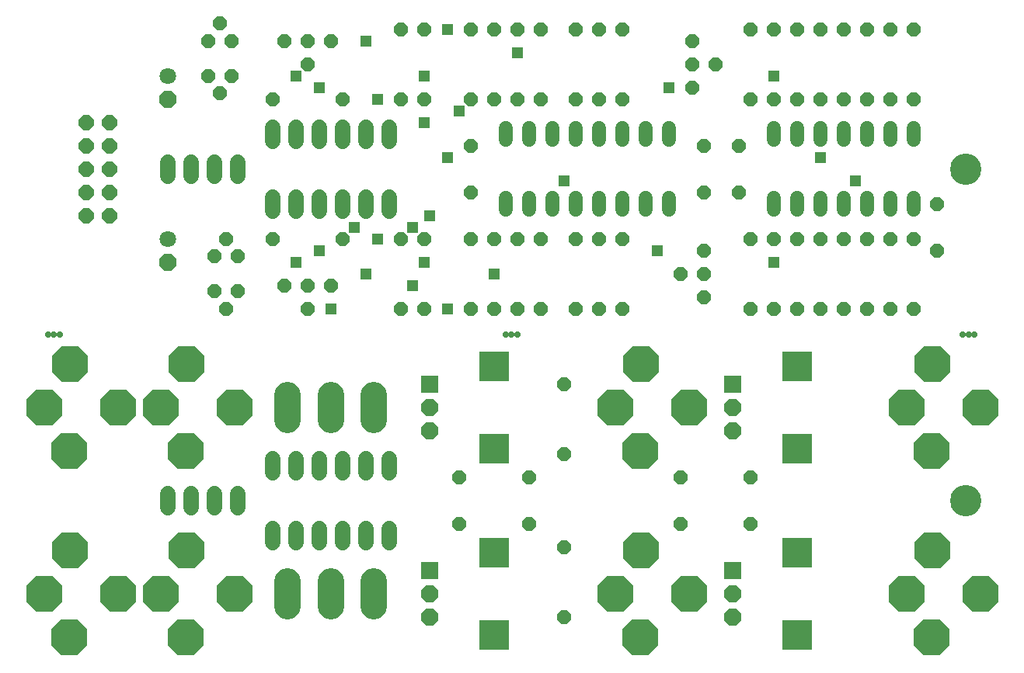
<source format=gbs>
G04 EAGLE Gerber RS-274X export*
G75*
%MOMM*%
%FSLAX34Y34*%
%LPD*%
%INSoldermask Bottom*%
%IPPOS*%
%AMOC8*
5,1,8,0,0,1.08239X$1,22.5*%
G01*
%ADD10C,3.416300*%
%ADD11C,0.703200*%
%ADD12P,1.649562X8X292.500000*%
%ADD13C,1.524000*%
%ADD14P,1.649562X8X202.500000*%
%ADD15P,1.649562X8X22.500000*%
%ADD16P,1.649562X8X112.500000*%
%ADD17P,4.278904X8X22.500000*%
%ADD18P,4.278904X8X292.500000*%
%ADD19R,1.879600X1.879600*%
%ADD20P,2.034460X8X202.500000*%
%ADD21R,3.319200X3.319200*%
%ADD22C,2.908300*%
%ADD23P,1.951982X8X292.500000*%
%ADD24C,1.803400*%
%ADD25P,1.759533X8X112.500000*%
%ADD26C,1.727200*%
%ADD27R,1.209600X1.209600*%


D10*
X1035050Y177800D03*
X1035050Y539750D03*
D11*
X34925Y358775D03*
X41275Y358775D03*
X47625Y358775D03*
X1044575Y358775D03*
X1038225Y358775D03*
X1031875Y358775D03*
X533400Y358775D03*
X539750Y358775D03*
X546100Y358775D03*
D12*
X787400Y565150D03*
X787400Y514350D03*
X1003300Y501650D03*
X1003300Y450850D03*
D13*
X977900Y571246D02*
X977900Y584454D01*
X952500Y584454D02*
X952500Y571246D01*
X825500Y571246D02*
X825500Y584454D01*
X825500Y508254D02*
X825500Y495046D01*
X927100Y571246D02*
X927100Y584454D01*
X901700Y584454D02*
X901700Y571246D01*
X850900Y571246D02*
X850900Y584454D01*
X876300Y584454D02*
X876300Y571246D01*
X850900Y508254D02*
X850900Y495046D01*
X876300Y495046D02*
X876300Y508254D01*
X901700Y508254D02*
X901700Y495046D01*
X927100Y495046D02*
X927100Y508254D01*
X952500Y508254D02*
X952500Y495046D01*
X977900Y495046D02*
X977900Y508254D01*
X711200Y571246D02*
X711200Y584454D01*
X685800Y584454D02*
X685800Y571246D01*
X660400Y571246D02*
X660400Y584454D01*
X635000Y584454D02*
X635000Y571246D01*
X609600Y571246D02*
X609600Y584454D01*
X584200Y584454D02*
X584200Y571246D01*
X558800Y571246D02*
X558800Y584454D01*
X533400Y584454D02*
X533400Y571246D01*
X533400Y508254D02*
X533400Y495046D01*
X558800Y495046D02*
X558800Y508254D01*
X584200Y508254D02*
X584200Y495046D01*
X609600Y495046D02*
X609600Y508254D01*
X635000Y508254D02*
X635000Y495046D01*
X660400Y495046D02*
X660400Y508254D01*
X685800Y508254D02*
X685800Y495046D01*
X711200Y495046D02*
X711200Y508254D01*
D14*
X209550Y641350D03*
X222250Y622300D03*
X234950Y641350D03*
D15*
X234950Y679450D03*
X222250Y698500D03*
X209550Y679450D03*
D16*
X571500Y615950D03*
X571500Y692150D03*
X520700Y615950D03*
X520700Y692150D03*
D12*
X495300Y692150D03*
X495300Y615950D03*
D16*
X952500Y615950D03*
X952500Y692150D03*
D12*
X927100Y692150D03*
X927100Y615950D03*
D16*
X977900Y615950D03*
X977900Y692150D03*
D12*
X596900Y304800D03*
X596900Y228600D03*
D15*
X482600Y203200D03*
X558800Y203200D03*
D14*
X800100Y203200D03*
X723900Y203200D03*
D12*
X419100Y692150D03*
X419100Y615950D03*
D15*
X342900Y679450D03*
X292100Y679450D03*
X317500Y654050D03*
X317500Y679450D03*
D14*
X355600Y615950D03*
X279400Y615950D03*
D12*
X850900Y692150D03*
X850900Y615950D03*
X800100Y692150D03*
X800100Y615950D03*
X876300Y692150D03*
X876300Y615950D03*
D16*
X901700Y615950D03*
X901700Y692150D03*
D12*
X825500Y692150D03*
X825500Y615950D03*
X444500Y692150D03*
X444500Y615950D03*
D16*
X736600Y679450D03*
X736600Y628650D03*
X762000Y654050D03*
X736600Y654050D03*
D12*
X546100Y692150D03*
X546100Y615950D03*
X635000Y692150D03*
X635000Y615950D03*
X660400Y692150D03*
X660400Y615950D03*
X609600Y692150D03*
X609600Y615950D03*
D15*
X342900Y412750D03*
X292100Y412750D03*
X317500Y387350D03*
X317500Y412750D03*
D12*
X749300Y400050D03*
X749300Y450850D03*
X723900Y425450D03*
X749300Y425450D03*
D16*
X546100Y387350D03*
X546100Y463550D03*
X635000Y387350D03*
X635000Y463550D03*
X660400Y387350D03*
X660400Y463550D03*
X609600Y387350D03*
X609600Y463550D03*
D12*
X571500Y463550D03*
X571500Y387350D03*
X520700Y463550D03*
X520700Y387350D03*
D16*
X495300Y387350D03*
X495300Y463550D03*
D12*
X952500Y463550D03*
X952500Y387350D03*
D16*
X927100Y387350D03*
X927100Y463550D03*
D12*
X977900Y463550D03*
X977900Y387350D03*
D15*
X241300Y444500D03*
X228600Y463550D03*
X215900Y444500D03*
D14*
X215900Y406400D03*
X228600Y387350D03*
X241300Y406400D03*
D16*
X419100Y387350D03*
X419100Y463550D03*
D14*
X355600Y463550D03*
X279400Y463550D03*
D16*
X850900Y387350D03*
X850900Y463550D03*
X800100Y387350D03*
X800100Y463550D03*
X876300Y387350D03*
X876300Y463550D03*
D12*
X901700Y463550D03*
X901700Y387350D03*
D16*
X825500Y387350D03*
X825500Y463550D03*
X444500Y387350D03*
X444500Y463550D03*
D17*
X998300Y326590D03*
X997300Y231940D03*
D18*
X970300Y279400D03*
X1050760Y279400D03*
D17*
X680800Y326590D03*
X679800Y231940D03*
D18*
X652800Y279400D03*
X733260Y279400D03*
D17*
X185500Y326590D03*
X184500Y231940D03*
D18*
X157500Y279400D03*
X237960Y279400D03*
D17*
X58500Y326590D03*
X57500Y231940D03*
D18*
X30500Y279400D03*
X110960Y279400D03*
D19*
X780900Y304400D03*
D20*
X780900Y279400D03*
X780900Y254400D03*
D21*
X850900Y234400D03*
X850900Y324400D03*
D19*
X450700Y304400D03*
D20*
X450700Y279400D03*
X450700Y254400D03*
D21*
X520700Y234400D03*
X520700Y324400D03*
D22*
X295910Y292926D02*
X295910Y265875D01*
X342900Y265875D02*
X342900Y292926D01*
X389890Y292926D02*
X389890Y265875D01*
D23*
X165100Y615950D03*
D24*
X165100Y641350D03*
D23*
X165100Y438150D03*
D24*
X165100Y463550D03*
D25*
X101600Y488950D03*
X76200Y488950D03*
X101600Y514350D03*
X76200Y514350D03*
X101600Y539750D03*
X76200Y539750D03*
X101600Y565150D03*
X76200Y565150D03*
X101600Y590550D03*
X76200Y590550D03*
D16*
X495300Y514350D03*
X495300Y565150D03*
D12*
X749300Y565150D03*
X749300Y514350D03*
D16*
X596900Y50800D03*
X596900Y127000D03*
D15*
X482600Y152400D03*
X558800Y152400D03*
D14*
X800100Y152400D03*
X723900Y152400D03*
D17*
X998300Y123390D03*
X997300Y28740D03*
D18*
X970300Y76200D03*
X1050760Y76200D03*
D17*
X680800Y123390D03*
X679800Y28740D03*
D18*
X652800Y76200D03*
X733260Y76200D03*
D17*
X185500Y123390D03*
X184500Y28740D03*
D18*
X157500Y76200D03*
X237960Y76200D03*
D17*
X58500Y123390D03*
X57500Y28740D03*
D18*
X30500Y76200D03*
X110960Y76200D03*
D19*
X780900Y101200D03*
D20*
X780900Y76200D03*
X780900Y51200D03*
D21*
X850900Y31200D03*
X850900Y121200D03*
D19*
X450700Y101200D03*
D20*
X450700Y76200D03*
X450700Y51200D03*
D21*
X520700Y31200D03*
X520700Y121200D03*
D22*
X295910Y89726D02*
X295910Y62675D01*
X342900Y62675D02*
X342900Y89726D01*
X389890Y89726D02*
X389890Y62675D01*
D26*
X406400Y132080D02*
X406400Y147320D01*
X381000Y147320D02*
X381000Y132080D01*
X355600Y132080D02*
X355600Y147320D01*
X330200Y147320D02*
X330200Y132080D01*
X304800Y132080D02*
X304800Y147320D01*
X279400Y147320D02*
X279400Y132080D01*
X406400Y208280D02*
X406400Y223520D01*
X381000Y223520D02*
X381000Y208280D01*
X355600Y208280D02*
X355600Y223520D01*
X330200Y223520D02*
X330200Y208280D01*
X304800Y208280D02*
X304800Y223520D01*
X279400Y223520D02*
X279400Y208280D01*
X279400Y570230D02*
X279400Y585470D01*
X304800Y585470D02*
X304800Y570230D01*
X330200Y570230D02*
X330200Y585470D01*
X355600Y585470D02*
X355600Y570230D01*
X381000Y570230D02*
X381000Y585470D01*
X406400Y585470D02*
X406400Y570230D01*
X279400Y509270D02*
X279400Y494030D01*
X304800Y494030D02*
X304800Y509270D01*
X330200Y509270D02*
X330200Y494030D01*
X355600Y494030D02*
X355600Y509270D01*
X381000Y509270D02*
X381000Y494030D01*
X406400Y494030D02*
X406400Y509270D01*
X165100Y185420D02*
X165100Y170180D01*
X190500Y170180D02*
X190500Y185420D01*
X215900Y185420D02*
X215900Y170180D01*
X241300Y170180D02*
X241300Y185420D01*
X241300Y532130D02*
X241300Y547370D01*
X215900Y547370D02*
X215900Y532130D01*
X190500Y532130D02*
X190500Y547370D01*
X165100Y547370D02*
X165100Y532130D01*
D27*
X914400Y527050D03*
X596900Y527050D03*
X876300Y552450D03*
X469900Y387350D03*
X469900Y552450D03*
X342900Y387350D03*
X469900Y692150D03*
X546100Y666750D03*
X450850Y488950D03*
X444500Y590550D03*
X393700Y615950D03*
X393700Y463550D03*
X381000Y679450D03*
X330200Y628650D03*
X711200Y628650D03*
X304800Y641350D03*
X444500Y641350D03*
X825500Y641350D03*
X444500Y438150D03*
X304800Y438150D03*
X825500Y438150D03*
X698500Y450850D03*
X330200Y450850D03*
X482600Y603250D03*
X368300Y476250D03*
X381000Y425450D03*
X520700Y425450D03*
X431800Y412750D03*
X431800Y476250D03*
M02*

</source>
